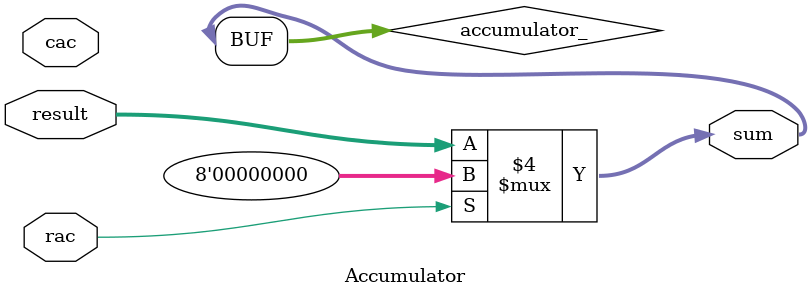
<source format=v>
module Accumulator(
    input cac, rac, 
    input [7:0] result,
    output  [7:0] sum
);
    reg [7:0] accumulator_ = 8'b00000000;
    assign sum = accumulator_;
    always @(cac or rac) begin
        if(rac) accumulator_ <=0;
        else begin
            accumulator_ <= result;
        end
    end
endmodule


</source>
